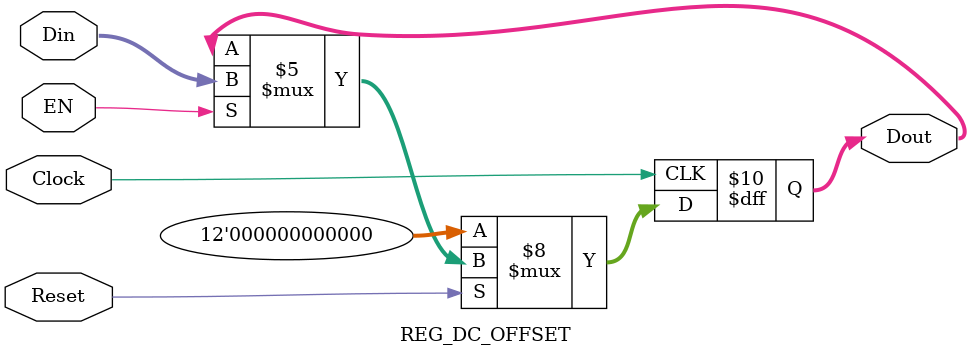
<source format=v>
`timescale	1ns/1ps

module	REG_DC_OFFSET(Dout, Din, EN, Clock, Reset)	;

output	[11:0]	Dout	;
reg	[11:0]	Dout	;

input	[11:0]	Din	;
wire	[11:0]	Din	;

input	EN	;
wire	EN	;

input	Clock, Reset	;
wire	Clock, Reset	;


always	@(posedge	Clock)
	begin
		if ( Reset == 1'b0 )
			begin
				Dout <= 12'b0000_0000_0000	;
			end
		else if ( EN == 1'b1 )
			begin
				Dout <= Din	;
			end
		else
			begin
				Dout <= Dout	;
			end
	end

endmodule
				

</source>
